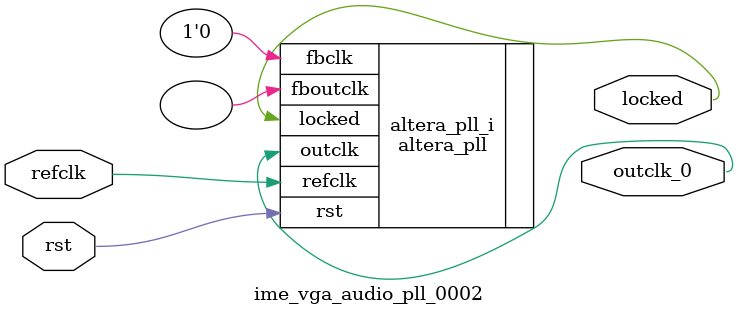
<source format=v>
`timescale 1ns/10ps
module  ime_vga_audio_pll_0002(

	// interface 'refclk'
	input wire refclk,

	// interface 'reset'
	input wire rst,

	// interface 'outclk0'
	output wire outclk_0,

	// interface 'locked'
	output wire locked
);

	altera_pll #(
		.fractional_vco_multiplier("false"),
		.reference_clock_frequency("50.0 MHz"),
		.operation_mode("normal"),
		.number_of_clocks(1),
		.output_clock_frequency0("18.000000 MHz"),
		.phase_shift0("0 ps"),
		.duty_cycle0(50),
		.output_clock_frequency1("0 MHz"),
		.phase_shift1("0 ps"),
		.duty_cycle1(50),
		.output_clock_frequency2("0 MHz"),
		.phase_shift2("0 ps"),
		.duty_cycle2(50),
		.output_clock_frequency3("0 MHz"),
		.phase_shift3("0 ps"),
		.duty_cycle3(50),
		.output_clock_frequency4("0 MHz"),
		.phase_shift4("0 ps"),
		.duty_cycle4(50),
		.output_clock_frequency5("0 MHz"),
		.phase_shift5("0 ps"),
		.duty_cycle5(50),
		.output_clock_frequency6("0 MHz"),
		.phase_shift6("0 ps"),
		.duty_cycle6(50),
		.output_clock_frequency7("0 MHz"),
		.phase_shift7("0 ps"),
		.duty_cycle7(50),
		.output_clock_frequency8("0 MHz"),
		.phase_shift8("0 ps"),
		.duty_cycle8(50),
		.output_clock_frequency9("0 MHz"),
		.phase_shift9("0 ps"),
		.duty_cycle9(50),
		.output_clock_frequency10("0 MHz"),
		.phase_shift10("0 ps"),
		.duty_cycle10(50),
		.output_clock_frequency11("0 MHz"),
		.phase_shift11("0 ps"),
		.duty_cycle11(50),
		.output_clock_frequency12("0 MHz"),
		.phase_shift12("0 ps"),
		.duty_cycle12(50),
		.output_clock_frequency13("0 MHz"),
		.phase_shift13("0 ps"),
		.duty_cycle13(50),
		.output_clock_frequency14("0 MHz"),
		.phase_shift14("0 ps"),
		.duty_cycle14(50),
		.output_clock_frequency15("0 MHz"),
		.phase_shift15("0 ps"),
		.duty_cycle15(50),
		.output_clock_frequency16("0 MHz"),
		.phase_shift16("0 ps"),
		.duty_cycle16(50),
		.output_clock_frequency17("0 MHz"),
		.phase_shift17("0 ps"),
		.duty_cycle17(50),
		.pll_type("General"),
		.pll_subtype("General")
	) altera_pll_i (
		.rst	(rst),
		.outclk	({outclk_0}),
		.locked	(locked),
		.fboutclk	( ),
		.fbclk	(1'b0),
		.refclk	(refclk)
	);
endmodule


</source>
